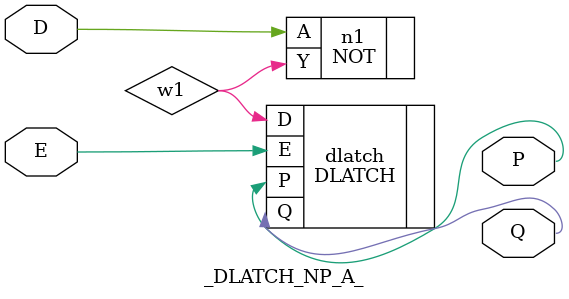
<source format=v>
module \$_DLATCH_P_ (D, E, Q);
   input D, E;
   output wire Q;

   DLATCH dlatch (
		  .D(D),
		  .E(E),
		  .Q(Q),
		  );
   	
endmodule

module \$_DFF_P_ (C, D, Q);
   input C, D;
   output wire Q;

   DFF dff (
	   .C(C),
	   .D(D),
	   .Q(Q),
	  );
   	
endmodule

module \$_NOR_ (A, B, Y);
   input A, B;
   output wire Y;

   NOR n1 (
	   .A(A),
	   .B(B),
	   .Y(Y),
	  );
   	
endmodule

module \$_NOT_ (A, Y);
   input A;
   output wire Y;

   NOT n1 (
	   .A(A),
	   .Y(Y),
	   );
   
endmodule

module _SR_PP_A_ (S, R, Q, P);
   input S, R;
   output wire Q, P;

   SR sr (
	  .S(S),
	  .R(R),
	  .Q(Q),
	  .P(P),
	  );
   	
endmodule

module _DLATCH_PP_A_ (D, E, Q, P);
   input D, E;
   output wire Q, P;

   DLATCH dlatch (
		  .D(D),
		  .E(E),
		  .Q(Q),
		  .P(P),
	      );
   	
endmodule

module _DLATCH_NN_A_ (D, E, Q, P);
   input D, E;
   wire  w1,w2;
   output wire Q, P;

   NOT n1 (
	   .A(D),
	   .Y(w1),
	   );
   
   NOT n2 (
	   .A(E),
	   .Y(w2),
	   );
   
   DLATCH dlatch (
		  .D(w1),
		  .E(w2),
		  .Q(Q),
		  .P(P),
		  );
   	
endmodule

module _DLATCH_PN_A_ (D, E, Q, P);
   input D, E;
   wire  w1;
   output wire Q, P;

   NOT n1 (
	   .A(E),
	   .Y(w1),
	   );
   
   DLATCH dlatch (
		  .D(D),
		  .E(w1),
		  .Q(Q),
		  .P(P),
		  );
   
endmodule

module _DLATCH_NP_A_ (D, E, Q, P);
   input D, E;
   wire  w1;
   output wire Q, P;

   NOT n1 (
	   .A(D),
	   .Y(w1),
	   );
   
   DLATCH dlatch (
		  .D(w1),
		  .E(E),
		  .Q(Q),
		  .P(P),
	      );
	
endmodule

</source>
